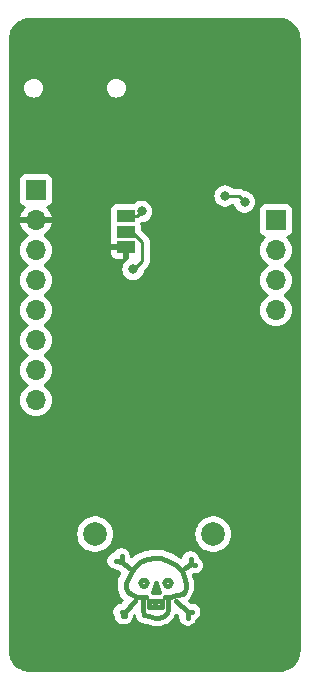
<source format=gbl>
%TF.GenerationSoftware,KiCad,Pcbnew,7.0.5*%
%TF.CreationDate,2025-04-07T23:35:03+08:00*%
%TF.ProjectId,audio-test-board,61756469-6f2d-4746-9573-742d626f6172,rev?*%
%TF.SameCoordinates,Original*%
%TF.FileFunction,Copper,L2,Bot*%
%TF.FilePolarity,Positive*%
%FSLAX46Y46*%
G04 Gerber Fmt 4.6, Leading zero omitted, Abs format (unit mm)*
G04 Created by KiCad (PCBNEW 7.0.5) date 2025-04-07 23:35:03*
%MOMM*%
%LPD*%
G01*
G04 APERTURE LIST*
%TA.AperFunction,EtchedComponent*%
%ADD10C,0.381000*%
%TD*%
%TA.AperFunction,ComponentPad*%
%ADD11C,2.000000*%
%TD*%
%TA.AperFunction,SMDPad,CuDef*%
%ADD12R,1.500000X1.000000*%
%TD*%
%TA.AperFunction,ComponentPad*%
%ADD13R,1.700000X1.700000*%
%TD*%
%TA.AperFunction,ComponentPad*%
%ADD14O,1.700000X1.700000*%
%TD*%
%TA.AperFunction,ViaPad*%
%ADD15C,0.800000*%
%TD*%
%TA.AperFunction,Conductor*%
%ADD16C,0.250000*%
%TD*%
G04 APERTURE END LIST*
D10*
%TO.C,REF\u002A\u002A*%
X172485800Y-145897600D02*
X172231800Y-146151600D01*
X170326800Y-144500600D02*
X170707800Y-144500600D01*
X168675800Y-141579600D02*
X168167800Y-141452600D01*
X172612800Y-145643600D02*
X172612800Y-145262600D01*
X169310800Y-142087600D02*
X168675800Y-141579600D01*
X173882800Y-144246600D02*
X173374800Y-144373600D01*
X172231800Y-146151600D02*
X171850800Y-146278600D01*
X170453800Y-145262600D02*
X170453800Y-145643600D01*
X170199800Y-141579600D02*
X169691800Y-142087600D01*
X169437800Y-144246600D02*
X169945800Y-144500600D01*
X174009800Y-142976600D02*
X173755800Y-142341600D01*
X169818800Y-144881600D02*
X168929800Y-145770600D01*
X171469800Y-146278600D02*
X171850800Y-146278600D01*
X168929800Y-145770600D02*
X168675800Y-145770600D01*
X168675800Y-141579600D02*
X168675800Y-141071600D01*
X173374800Y-144373600D02*
X172739800Y-144500600D01*
X171342800Y-144119600D02*
X171850800Y-144119600D01*
X172612800Y-145262600D02*
X172612800Y-144500600D01*
X170961800Y-145389600D02*
X172104800Y-145389600D01*
X168929800Y-145770600D02*
X168929800Y-146151600D01*
X174009800Y-143992600D02*
X173882800Y-144246600D01*
X169056800Y-143357600D02*
X169056800Y-143738600D01*
X169183800Y-142976600D02*
X169056800Y-143357600D01*
X170453800Y-145643600D02*
X170580800Y-146024600D01*
X173247800Y-141833600D02*
X172612800Y-141452600D01*
X170453800Y-144500600D02*
X170453800Y-145262600D01*
X174136800Y-143738600D02*
X174009800Y-143992600D01*
X171596800Y-143357600D02*
X171342800Y-144119600D01*
X170580800Y-146024600D02*
X170961800Y-146151600D01*
X171469800Y-145008600D02*
X171469800Y-145262600D01*
X174263800Y-145770600D02*
X174263800Y-146278600D01*
X172612800Y-141452600D02*
X171977800Y-141198600D01*
X170961800Y-146151600D02*
X171469800Y-146278600D01*
X169691800Y-142087600D02*
X169437800Y-142468600D01*
X174263800Y-145770600D02*
X174644800Y-145770600D01*
X172104800Y-145389600D02*
X172104800Y-144881600D01*
X174136800Y-143484600D02*
X174009800Y-142976600D01*
X168929800Y-146151600D02*
X168802800Y-146151600D01*
X173755800Y-142341600D02*
X173247800Y-141833600D01*
X170961800Y-144881600D02*
X170961800Y-145389600D01*
X171850800Y-144119600D02*
X171596800Y-143357600D01*
X169183800Y-144119600D02*
X169437800Y-144246600D01*
X174136800Y-143738600D02*
X174136800Y-143484600D01*
X172612800Y-145643600D02*
X172485800Y-145897600D01*
X173247800Y-144881600D02*
X174263800Y-145770600D01*
X174517800Y-141706600D02*
X174517800Y-141325600D01*
X171977800Y-141198600D02*
X171469800Y-141198600D01*
X169056800Y-143738600D02*
X169183800Y-144119600D01*
X174517800Y-141706600D02*
X174898800Y-141833600D01*
X171469800Y-141198600D02*
X170834800Y-141325600D01*
X169945800Y-144500600D02*
X170326800Y-144500600D01*
X174009800Y-142087600D02*
X174517800Y-141706600D01*
X170834800Y-141325600D02*
X170199800Y-141579600D01*
X172104800Y-144881600D02*
X170961800Y-144881600D01*
X169437800Y-142468600D02*
X169183800Y-142976600D01*
X172739800Y-144500600D02*
X172358800Y-144500600D01*
X172896781Y-143357600D02*
G75*
G03*
X172896781Y-143357600I-283981J0D01*
G01*
X170864781Y-143357600D02*
G75*
G03*
X170864781Y-143357600I-283981J0D01*
G01*
%TD*%
D11*
%TO.P,LS1,1,1*%
%TO.N,/SPK_OUT+*%
X176436800Y-139197600D03*
%TO.P,LS1,2,2*%
%TO.N,/SPK_OUT-*%
X166436800Y-139197600D03*
%TD*%
D12*
%TO.P,JP1,1,A*%
%TO.N,GND*%
X169036800Y-114883600D03*
%TO.P,JP1,2,C*%
%TO.N,Net-(JP1-C)*%
X169036800Y-113583600D03*
%TO.P,JP1,3,B*%
%TO.N,+3V3*%
X169036800Y-112283600D03*
%TD*%
D13*
%TO.P,J3,1,Pin_1*%
%TO.N,/MUTE_N*%
X181756800Y-112623600D03*
D14*
%TO.P,J3,2,Pin_2*%
%TO.N,/PHONE_GAIN*%
X181756800Y-115163600D03*
%TO.P,J3,3,Pin_3*%
%TO.N,/PHONE_TIP*%
X181756800Y-117703600D03*
%TO.P,J3,4,Pin_4*%
%TO.N,/SHUTDOWN_N*%
X181756800Y-120243600D03*
%TD*%
D13*
%TO.P,J1,1,Pin_1*%
%TO.N,+3V3*%
X161436800Y-110083600D03*
D14*
%TO.P,J1,2,Pin_2*%
%TO.N,GND*%
X161436800Y-112623600D03*
%TO.P,J1,3,Pin_3*%
%TO.N,/SCK*%
X161436800Y-115163600D03*
%TO.P,J1,4,Pin_4*%
%TO.N,/BCK*%
X161436800Y-117703600D03*
%TO.P,J1,5,Pin_5*%
%TO.N,/DIN*%
X161436800Y-120243600D03*
%TO.P,J1,6,Pin_6*%
%TO.N,/LRCK*%
X161436800Y-122783600D03*
%TO.P,J1,7,Pin_7*%
%TO.N,/XSMT*%
X161436800Y-125323600D03*
%TO.P,J1,8,Pin_8*%
%TO.N,+5V*%
X161436800Y-127863600D03*
%TD*%
D15*
%TO.N,+3V3*%
X170385259Y-111883600D03*
%TO.N,GND*%
X175836800Y-112883600D03*
X163186800Y-105883600D03*
X176436800Y-128083600D03*
X182207300Y-101883600D03*
X171110259Y-118083600D03*
X173036800Y-101483600D03*
X173036800Y-99283600D03*
X178108927Y-120570609D03*
X180236800Y-103483600D03*
X173573745Y-112346655D03*
X168936800Y-118083600D03*
X167436800Y-126283600D03*
X169661800Y-121408600D03*
%TO.N,Net-(JP1-C)*%
X169660759Y-116783600D03*
%TO.N,/PHONE_GAIN*%
X179089880Y-111083600D03*
X177436800Y-110583600D03*
%TD*%
D16*
%TO.N,+3V3*%
X169985259Y-112283600D02*
X170385259Y-111883600D01*
X169036800Y-112283600D02*
X169985259Y-112283600D01*
%TO.N,Net-(JP1-C)*%
X169736800Y-116783600D02*
X170436800Y-116083600D01*
X170436800Y-114483600D02*
X169536800Y-113583600D01*
X169536800Y-113583600D02*
X169036800Y-113583600D01*
X169660759Y-116783600D02*
X169736800Y-116783600D01*
X170436800Y-116083600D02*
X170436800Y-114483600D01*
%TO.N,/PHONE_GAIN*%
X177436800Y-110583600D02*
X178589880Y-110583600D01*
X178589880Y-110583600D02*
X179089880Y-111083600D01*
%TD*%
%TA.AperFunction,Conductor*%
%TO.N,GND*%
G36*
X182038818Y-95484233D02*
G01*
X182203343Y-95495015D01*
X182267632Y-95499229D01*
X182275665Y-95500287D01*
X182486238Y-95542172D01*
X182498553Y-95544622D01*
X182506396Y-95546723D01*
X182721600Y-95619775D01*
X182729074Y-95622871D01*
X182932907Y-95723390D01*
X182939932Y-95727447D01*
X183128888Y-95853704D01*
X183135316Y-95858636D01*
X183306180Y-96008478D01*
X183311919Y-96014217D01*
X183461761Y-96185080D01*
X183466699Y-96191516D01*
X183592952Y-96380467D01*
X183597012Y-96387498D01*
X183697522Y-96591312D01*
X183700629Y-96598813D01*
X183773676Y-96814004D01*
X183775777Y-96821846D01*
X183820110Y-97044721D01*
X183821170Y-97052770D01*
X183836167Y-97281581D01*
X183836300Y-97285637D01*
X183836300Y-149081562D01*
X183836167Y-149085618D01*
X183821170Y-149314429D01*
X183820110Y-149322478D01*
X183775777Y-149545353D01*
X183773676Y-149553195D01*
X183700629Y-149768386D01*
X183697522Y-149775887D01*
X183597012Y-149979701D01*
X183592952Y-149986732D01*
X183466699Y-150175683D01*
X183461757Y-150182124D01*
X183311921Y-150352980D01*
X183306180Y-150358721D01*
X183135324Y-150508557D01*
X183128883Y-150513499D01*
X182939932Y-150639752D01*
X182932901Y-150643812D01*
X182729087Y-150744322D01*
X182721586Y-150747429D01*
X182506395Y-150820476D01*
X182498553Y-150822577D01*
X182275678Y-150866910D01*
X182267629Y-150867970D01*
X182038818Y-150882967D01*
X182034762Y-150883100D01*
X160938838Y-150883100D01*
X160934782Y-150882967D01*
X160705970Y-150867970D01*
X160697921Y-150866910D01*
X160475046Y-150822577D01*
X160467204Y-150820476D01*
X160328129Y-150773266D01*
X160252007Y-150747426D01*
X160244518Y-150744324D01*
X160040697Y-150643811D01*
X160033667Y-150639752D01*
X159844716Y-150513499D01*
X159838280Y-150508561D01*
X159667417Y-150358719D01*
X159661678Y-150352980D01*
X159511836Y-150182116D01*
X159506904Y-150175688D01*
X159380647Y-149986732D01*
X159376590Y-149979707D01*
X159276071Y-149775874D01*
X159272975Y-149768400D01*
X159199923Y-149553195D01*
X159197822Y-149545353D01*
X159185017Y-149480976D01*
X159153487Y-149322465D01*
X159152429Y-149314428D01*
X159137433Y-149085618D01*
X159137300Y-149081562D01*
X159137300Y-141534202D01*
X167476525Y-141534202D01*
X167476526Y-141534210D01*
X167516144Y-141697272D01*
X167593630Y-141846109D01*
X167593634Y-141846115D01*
X167704490Y-141972086D01*
X167842273Y-142067866D01*
X167842274Y-142067866D01*
X167842275Y-142067867D01*
X167959660Y-142112831D01*
X168335642Y-142206826D01*
X168383030Y-142230296D01*
X168437133Y-142273578D01*
X168591439Y-142397022D01*
X168631490Y-142454271D01*
X168634233Y-142524087D01*
X168624884Y-142549305D01*
X168606107Y-142586858D01*
X168598793Y-142598177D01*
X168599315Y-142598507D01*
X168595309Y-142604849D01*
X168562781Y-142673480D01*
X168562211Y-142674651D01*
X168547063Y-142704947D01*
X168547053Y-142704971D01*
X168545636Y-142708941D01*
X168543282Y-142714623D01*
X168541481Y-142718425D01*
X168541475Y-142718440D01*
X168530780Y-142750526D01*
X168530354Y-142751760D01*
X168504804Y-142823346D01*
X168503156Y-142830652D01*
X168502552Y-142830515D01*
X168499720Y-142843703D01*
X168406106Y-143124543D01*
X168405259Y-143126922D01*
X168380952Y-143191015D01*
X168374473Y-143244361D01*
X168373678Y-143249261D01*
X168362956Y-143301909D01*
X168362955Y-143301914D01*
X168364785Y-143346797D01*
X168365749Y-143370438D01*
X168365800Y-143372937D01*
X168365800Y-143723261D01*
X168365749Y-143725761D01*
X168364855Y-143747688D01*
X168362955Y-143794285D01*
X168362956Y-143794292D01*
X168373678Y-143846941D01*
X168374473Y-143851841D01*
X168380951Y-143905182D01*
X168405262Y-143969283D01*
X168406109Y-143971663D01*
X168521065Y-144316531D01*
X168522137Y-144320103D01*
X168537940Y-144379188D01*
X168567423Y-144432774D01*
X168569128Y-144436109D01*
X168595312Y-144491355D01*
X168601530Y-144498978D01*
X168614082Y-144517579D01*
X168618829Y-144526206D01*
X168618831Y-144526209D01*
X168660277Y-144571178D01*
X168662719Y-144573993D01*
X168701379Y-144621387D01*
X168709243Y-144627302D01*
X168725884Y-144642360D01*
X168732556Y-144649599D01*
X168732558Y-144649601D01*
X168752988Y-144663116D01*
X168783556Y-144683340D01*
X168786585Y-144685477D01*
X168803021Y-144697840D01*
X168815802Y-144707454D01*
X168857545Y-144763483D01*
X168862369Y-144833186D01*
X168828946Y-144894231D01*
X168675159Y-145048019D01*
X168613835Y-145081504D01*
X168602424Y-145083434D01*
X168509220Y-145094751D01*
X168509214Y-145094752D01*
X168352317Y-145154256D01*
X168352316Y-145154257D01*
X168214217Y-145249579D01*
X168102941Y-145375185D01*
X168024958Y-145523769D01*
X167984800Y-145686697D01*
X167984800Y-145854503D01*
X168024959Y-146017432D01*
X168097597Y-146155833D01*
X168111800Y-146213456D01*
X168111800Y-146235503D01*
X168123449Y-146282764D01*
X168151958Y-146398430D01*
X168151958Y-146398431D01*
X168151959Y-146398432D01*
X168229942Y-146547016D01*
X168341217Y-146672620D01*
X168479318Y-146767944D01*
X168553502Y-146796078D01*
X168636214Y-146827447D01*
X168636216Y-146827447D01*
X168636218Y-146827448D01*
X168698610Y-146835024D01*
X168761002Y-146842600D01*
X168761004Y-146842600D01*
X169013701Y-146842600D01*
X169013703Y-146842600D01*
X169050946Y-146833419D01*
X169058299Y-146832071D01*
X169096382Y-146827448D01*
X169132247Y-146813845D01*
X169139369Y-146811624D01*
X169176632Y-146802441D01*
X169210602Y-146784611D01*
X169217405Y-146781549D01*
X169253282Y-146767944D01*
X169284857Y-146746148D01*
X169291251Y-146742283D01*
X169325216Y-146724458D01*
X169353928Y-146699020D01*
X169359815Y-146694408D01*
X169391383Y-146672620D01*
X169416826Y-146643898D01*
X169422098Y-146638626D01*
X169450820Y-146613183D01*
X169472608Y-146581615D01*
X169477220Y-146575728D01*
X169502658Y-146547016D01*
X169520483Y-146513051D01*
X169524348Y-146506657D01*
X169546144Y-146475082D01*
X169559749Y-146439205D01*
X169562811Y-146432402D01*
X169580641Y-146398432D01*
X169589824Y-146361169D01*
X169592045Y-146354047D01*
X169605648Y-146318182D01*
X169610271Y-146280099D01*
X169611620Y-146272742D01*
X169612911Y-146267504D01*
X169620800Y-146235503D01*
X169620800Y-146108183D01*
X169640485Y-146041144D01*
X169657107Y-146020514D01*
X169660690Y-146016930D01*
X169722006Y-145983438D01*
X169791698Y-145988413D01*
X169847638Y-146030277D01*
X169866018Y-146065389D01*
X169904576Y-146181063D01*
X169909324Y-146200325D01*
X169912298Y-146218571D01*
X169933173Y-146267504D01*
X169934965Y-146272228D01*
X169938476Y-146282762D01*
X169950027Y-146307135D01*
X169951028Y-146309359D01*
X169978142Y-146372917D01*
X169978143Y-146372918D01*
X169978854Y-146373863D01*
X169991807Y-146395290D01*
X169992310Y-146396353D01*
X169992313Y-146396356D01*
X170035976Y-146449885D01*
X170037471Y-146451793D01*
X170079013Y-146507021D01*
X170079930Y-146507769D01*
X170097630Y-146525470D01*
X170098374Y-146526382D01*
X170098376Y-146526383D01*
X170098379Y-146526387D01*
X170148275Y-146563917D01*
X170153592Y-146567917D01*
X170155512Y-146569422D01*
X170195552Y-146602082D01*
X170209045Y-146613088D01*
X170210104Y-146613590D01*
X170231537Y-146626547D01*
X170232475Y-146627253D01*
X170232480Y-146627255D01*
X170232482Y-146627257D01*
X170296075Y-146654385D01*
X170298197Y-146655340D01*
X170317261Y-146664376D01*
X170322630Y-146666921D01*
X170322632Y-146666921D01*
X170322635Y-146666923D01*
X170328440Y-146668858D01*
X170333174Y-146670436D01*
X170337896Y-146672227D01*
X170382722Y-146691350D01*
X170386829Y-146693102D01*
X170405072Y-146696075D01*
X170424328Y-146700820D01*
X170727584Y-146801905D01*
X170730133Y-146802818D01*
X170753660Y-146811831D01*
X170766170Y-146814957D01*
X170770707Y-146816279D01*
X170782938Y-146820357D01*
X170793539Y-146822516D01*
X170807639Y-146825388D01*
X170810303Y-146825992D01*
X171259232Y-146938224D01*
X171266186Y-146940404D01*
X171285123Y-146947585D01*
X171303218Y-146954448D01*
X171356553Y-146960924D01*
X171385391Y-146964426D01*
X171414284Y-146968031D01*
X171467491Y-146974671D01*
X171500999Y-146970714D01*
X171506820Y-146970028D01*
X171514095Y-146969600D01*
X171835462Y-146969600D01*
X171837962Y-146969650D01*
X171893607Y-146971918D01*
X171906485Y-146972444D01*
X171906485Y-146972443D01*
X171906488Y-146972444D01*
X171959162Y-146961715D01*
X171964014Y-146960927D01*
X172017382Y-146954448D01*
X172081532Y-146930117D01*
X172083819Y-146929303D01*
X172400050Y-146823893D01*
X172408470Y-146821730D01*
X172438885Y-146816157D01*
X172480640Y-146797363D01*
X172486462Y-146795089D01*
X172489964Y-146793923D01*
X172521586Y-146778935D01*
X172591905Y-146747288D01*
X172591907Y-146747286D01*
X172597739Y-146743760D01*
X172603544Y-146740093D01*
X172603555Y-146740088D01*
X172663293Y-146691359D01*
X172690857Y-146669765D01*
X172693465Y-146667155D01*
X172698101Y-146662965D01*
X172733587Y-146634021D01*
X172752172Y-146609311D01*
X172757874Y-146602746D01*
X172963612Y-146397008D01*
X172965353Y-146395336D01*
X173015799Y-146348844D01*
X173045456Y-146304016D01*
X173048343Y-146300012D01*
X173081485Y-146257710D01*
X173081487Y-146257707D01*
X173081486Y-146257707D01*
X173081488Y-146257706D01*
X173109651Y-146195128D01*
X173110697Y-146192927D01*
X173207155Y-146000009D01*
X173211579Y-145992527D01*
X173229144Y-145967082D01*
X173229146Y-145967075D01*
X173283430Y-145923087D01*
X173352879Y-145915429D01*
X173412849Y-145944198D01*
X173530454Y-146047102D01*
X173567944Y-146106062D01*
X173572800Y-146140422D01*
X173572800Y-146320398D01*
X173587951Y-146445179D01*
X173587952Y-146445185D01*
X173639697Y-146581624D01*
X173647456Y-146602082D01*
X173683542Y-146654362D01*
X173713439Y-146697676D01*
X173742780Y-146740183D01*
X173868384Y-146851458D01*
X174016968Y-146929441D01*
X174179897Y-146969600D01*
X174179898Y-146969600D01*
X174347702Y-146969600D01*
X174347703Y-146969600D01*
X174510632Y-146929441D01*
X174659216Y-146851458D01*
X174784820Y-146740183D01*
X174880144Y-146602082D01*
X174939648Y-146445182D01*
X174939649Y-146445172D01*
X174939818Y-146444490D01*
X174940083Y-146444034D01*
X174942308Y-146438168D01*
X174943283Y-146438537D01*
X174974970Y-146384107D01*
X174989774Y-146372108D01*
X175106383Y-146291620D01*
X175217658Y-146166016D01*
X175295641Y-146017432D01*
X175335800Y-145854503D01*
X175335800Y-145686697D01*
X175295641Y-145523768D01*
X175217658Y-145375184D01*
X175106383Y-145249580D01*
X174968282Y-145154256D01*
X174968281Y-145154256D01*
X174811385Y-145094752D01*
X174811379Y-145094751D01*
X174686598Y-145079600D01*
X174686596Y-145079600D01*
X174570024Y-145079600D01*
X174502985Y-145059915D01*
X174488377Y-145048926D01*
X174360959Y-144937435D01*
X174323471Y-144878478D01*
X174323809Y-144808609D01*
X174349524Y-144762204D01*
X174375538Y-144732641D01*
X174380038Y-144728036D01*
X174412799Y-144697844D01*
X174430547Y-144671014D01*
X174435711Y-144664264D01*
X174456967Y-144640113D01*
X174477545Y-144600583D01*
X174480818Y-144595030D01*
X174482157Y-144593008D01*
X174498326Y-144560668D01*
X174534456Y-144491271D01*
X174534458Y-144491258D01*
X174537623Y-144482831D01*
X174540209Y-144476904D01*
X174646541Y-144264241D01*
X174646541Y-144264239D01*
X174652996Y-144251330D01*
X174652999Y-144251322D01*
X174731157Y-144095006D01*
X174735575Y-144087533D01*
X174753144Y-144062082D01*
X174769384Y-144019255D01*
X174771893Y-144013534D01*
X174773541Y-144010241D01*
X174785307Y-143977272D01*
X174812648Y-143905182D01*
X174812648Y-143905174D01*
X174814291Y-143898514D01*
X174815792Y-143891858D01*
X174815795Y-143891853D01*
X174823584Y-143815113D01*
X174827800Y-143780396D01*
X174827800Y-143776722D01*
X174828117Y-143770456D01*
X174832741Y-143724906D01*
X174828410Y-143694284D01*
X174827799Y-143685617D01*
X174827799Y-143528889D01*
X174828226Y-143521625D01*
X174832871Y-143482291D01*
X174822634Y-143400260D01*
X174812648Y-143318018D01*
X174798599Y-143280975D01*
X174796424Y-143274034D01*
X174789621Y-143246824D01*
X174701485Y-142894278D01*
X174700229Y-142887812D01*
X174699176Y-142880271D01*
X174699176Y-142880264D01*
X174686004Y-142830687D01*
X174678933Y-142804071D01*
X174670031Y-142768460D01*
X174670028Y-142768451D01*
X174669388Y-142766779D01*
X174667361Y-142760512D01*
X174666901Y-142758780D01*
X174666898Y-142758771D01*
X174653256Y-142724667D01*
X174639579Y-142688962D01*
X174636052Y-142679755D01*
X174630455Y-142610111D01*
X174663399Y-142548495D01*
X174724425Y-142514472D01*
X174776590Y-142513895D01*
X174843111Y-142527443D01*
X175010777Y-142520609D01*
X175171935Y-142473848D01*
X175317219Y-142389878D01*
X175438187Y-142273579D01*
X175527807Y-142131711D01*
X175580872Y-141972516D01*
X175594297Y-141805249D01*
X175567302Y-141639629D01*
X175522330Y-141534210D01*
X175501458Y-141485283D01*
X175501457Y-141485281D01*
X175408049Y-141361100D01*
X175400587Y-141351179D01*
X175400584Y-141351177D01*
X175400583Y-141351175D01*
X175317586Y-141283475D01*
X175270555Y-141245112D01*
X175260704Y-141240443D01*
X175208555Y-141193945D01*
X175196711Y-141165878D01*
X175196308Y-141166031D01*
X175154308Y-141055286D01*
X175134144Y-141002118D01*
X175038820Y-140864017D01*
X174913216Y-140752742D01*
X174764632Y-140674759D01*
X174764631Y-140674758D01*
X174764630Y-140674758D01*
X174654996Y-140647735D01*
X174601703Y-140634600D01*
X174433897Y-140634600D01*
X174393739Y-140644498D01*
X174270969Y-140674758D01*
X174122385Y-140752741D01*
X173996779Y-140864017D01*
X173901457Y-141002116D01*
X173901456Y-141002117D01*
X173841952Y-141159014D01*
X173841950Y-141159026D01*
X173839373Y-141180244D01*
X173811749Y-141244421D01*
X173753814Y-141283475D01*
X173683961Y-141285008D01*
X173639804Y-141262903D01*
X173607908Y-141237914D01*
X173607909Y-141237914D01*
X173571790Y-141221657D01*
X173565333Y-141218282D01*
X173039344Y-140902688D01*
X173019258Y-140887681D01*
X173018471Y-140886958D01*
X173018469Y-140886957D01*
X172957788Y-140853700D01*
X172955688Y-140852495D01*
X172932479Y-140838570D01*
X172922419Y-140834081D01*
X172917889Y-140831833D01*
X172908243Y-140826547D01*
X172908235Y-140826543D01*
X172883075Y-140816479D01*
X172880854Y-140815540D01*
X172861164Y-140806757D01*
X172817677Y-140787358D01*
X172816627Y-140787170D01*
X172792524Y-140780259D01*
X172316322Y-140589779D01*
X172310532Y-140587110D01*
X172301284Y-140582256D01*
X172228650Y-140554710D01*
X172195624Y-140541500D01*
X172192667Y-140540714D01*
X172186610Y-140538766D01*
X172144383Y-140522752D01*
X172113074Y-140518950D01*
X172104620Y-140517322D01*
X172074139Y-140509224D01*
X172074136Y-140509223D01*
X172028993Y-140508410D01*
X172022652Y-140507969D01*
X172019612Y-140507600D01*
X172019596Y-140507600D01*
X171984011Y-140507600D01*
X171906360Y-140506201D01*
X171906359Y-140506201D01*
X171906358Y-140506201D01*
X171895982Y-140507272D01*
X171889613Y-140507600D01*
X171537229Y-140507600D01*
X171516850Y-140505914D01*
X171513365Y-140505333D01*
X171500604Y-140503207D01*
X171500603Y-140503207D01*
X171500602Y-140503207D01*
X171494084Y-140503707D01*
X171445703Y-140507418D01*
X171440959Y-140507600D01*
X171428004Y-140507600D01*
X171421801Y-140508353D01*
X171403049Y-140510629D01*
X171400324Y-140510898D01*
X171375270Y-140512821D01*
X171375264Y-140512821D01*
X171362561Y-140515362D01*
X171357878Y-140516114D01*
X171303218Y-140522752D01*
X171303207Y-140522754D01*
X171287807Y-140528594D01*
X171268164Y-140534241D01*
X170771153Y-140633644D01*
X170749073Y-140636032D01*
X170738468Y-140636223D01*
X170738460Y-140636224D01*
X170680049Y-140651742D01*
X170676293Y-140652616D01*
X170658298Y-140656216D01*
X170639543Y-140662393D01*
X170636070Y-140663425D01*
X170616980Y-140668498D01*
X170599941Y-140675313D01*
X170596319Y-140676632D01*
X170538911Y-140695545D01*
X170538908Y-140695546D01*
X170534833Y-140698100D01*
X170529912Y-140701184D01*
X170510120Y-140711241D01*
X170018806Y-140907767D01*
X169995115Y-140914603D01*
X169993523Y-140914894D01*
X169992714Y-140915043D01*
X169930782Y-140942915D01*
X169928367Y-140943941D01*
X169904363Y-140953543D01*
X169904357Y-140953546D01*
X169893608Y-140959437D01*
X169889263Y-140961601D01*
X169839692Y-140983912D01*
X169826119Y-140994546D01*
X169809253Y-141005668D01*
X169794129Y-141013957D01*
X169794124Y-141013961D01*
X169754093Y-141050732D01*
X169750393Y-141053872D01*
X169740741Y-141061436D01*
X169722463Y-141079713D01*
X169720567Y-141081529D01*
X169670550Y-141127476D01*
X169670547Y-141127479D01*
X169669194Y-141129517D01*
X169653582Y-141148593D01*
X169578479Y-141223697D01*
X169517159Y-141257181D01*
X169447467Y-141252197D01*
X169391533Y-141210326D01*
X169367116Y-141144862D01*
X169366800Y-141136015D01*
X169366800Y-141029801D01*
X169356374Y-140943941D01*
X169351648Y-140905018D01*
X169351647Y-140905016D01*
X169351647Y-140905014D01*
X169321887Y-140826545D01*
X169292144Y-140748118D01*
X169196820Y-140610017D01*
X169071216Y-140498742D01*
X168922632Y-140420759D01*
X168922631Y-140420758D01*
X168922630Y-140420758D01*
X168812996Y-140393735D01*
X168759703Y-140380600D01*
X168591897Y-140380600D01*
X168551738Y-140390498D01*
X168428969Y-140420758D01*
X168280385Y-140498741D01*
X168233931Y-140539896D01*
X168154780Y-140610017D01*
X168136691Y-140636224D01*
X168074294Y-140726621D01*
X168020011Y-140770611D01*
X168006925Y-140774902D01*
X167846372Y-140835182D01*
X167846363Y-140835187D01*
X167707950Y-140930050D01*
X167596256Y-141055287D01*
X167582372Y-141081529D01*
X167517781Y-141203610D01*
X167477082Y-141366406D01*
X167476525Y-141534202D01*
X159137300Y-141534202D01*
X159137300Y-139197605D01*
X164931157Y-139197605D01*
X164951690Y-139445412D01*
X164951692Y-139445424D01*
X165012736Y-139686481D01*
X165112626Y-139914206D01*
X165248633Y-140122382D01*
X165248636Y-140122385D01*
X165417056Y-140305338D01*
X165613291Y-140458074D01*
X165701692Y-140505914D01*
X165743600Y-140528594D01*
X165831990Y-140576428D01*
X166067186Y-140657171D01*
X166312465Y-140698100D01*
X166561135Y-140698100D01*
X166806414Y-140657171D01*
X167041610Y-140576428D01*
X167260309Y-140458074D01*
X167456544Y-140305338D01*
X167624964Y-140122385D01*
X167760973Y-139914207D01*
X167860863Y-139686481D01*
X167921908Y-139445421D01*
X167942443Y-139197605D01*
X174931157Y-139197605D01*
X174951690Y-139445412D01*
X174951692Y-139445424D01*
X175012736Y-139686481D01*
X175112626Y-139914206D01*
X175248633Y-140122382D01*
X175248636Y-140122385D01*
X175417056Y-140305338D01*
X175613291Y-140458074D01*
X175701692Y-140505914D01*
X175743600Y-140528594D01*
X175831990Y-140576428D01*
X176067186Y-140657171D01*
X176312465Y-140698100D01*
X176561135Y-140698100D01*
X176806414Y-140657171D01*
X177041610Y-140576428D01*
X177260309Y-140458074D01*
X177456544Y-140305338D01*
X177624964Y-140122385D01*
X177760973Y-139914207D01*
X177860863Y-139686481D01*
X177921908Y-139445421D01*
X177942443Y-139197600D01*
X177921908Y-138949779D01*
X177860863Y-138708719D01*
X177760973Y-138480993D01*
X177760973Y-138480992D01*
X177624966Y-138272817D01*
X177603357Y-138249344D01*
X177456544Y-138089862D01*
X177260309Y-137937126D01*
X177260307Y-137937125D01*
X177260306Y-137937124D01*
X177041611Y-137818772D01*
X177041602Y-137818769D01*
X176806416Y-137738029D01*
X176561135Y-137697100D01*
X176312465Y-137697100D01*
X176067183Y-137738029D01*
X175831997Y-137818769D01*
X175831988Y-137818772D01*
X175613293Y-137937124D01*
X175417057Y-138089861D01*
X175248633Y-138272817D01*
X175112626Y-138480993D01*
X175012736Y-138708718D01*
X174951692Y-138949775D01*
X174951690Y-138949787D01*
X174931157Y-139197594D01*
X174931157Y-139197605D01*
X167942443Y-139197605D01*
X167942443Y-139197600D01*
X167921908Y-138949779D01*
X167860863Y-138708719D01*
X167760973Y-138480993D01*
X167760972Y-138480992D01*
X167624966Y-138272817D01*
X167603357Y-138249344D01*
X167456544Y-138089862D01*
X167260309Y-137937126D01*
X167260307Y-137937125D01*
X167260306Y-137937124D01*
X167041611Y-137818772D01*
X167041602Y-137818769D01*
X166806416Y-137738029D01*
X166561135Y-137697100D01*
X166312465Y-137697100D01*
X166067183Y-137738029D01*
X165831997Y-137818769D01*
X165831988Y-137818772D01*
X165613293Y-137937124D01*
X165417057Y-138089861D01*
X165248633Y-138272817D01*
X165112626Y-138480993D01*
X165012736Y-138708718D01*
X164951692Y-138949775D01*
X164951690Y-138949787D01*
X164931157Y-139197594D01*
X164931157Y-139197605D01*
X159137300Y-139197605D01*
X159137300Y-127863600D01*
X160081141Y-127863600D01*
X160101736Y-128099003D01*
X160101738Y-128099013D01*
X160162894Y-128327255D01*
X160162896Y-128327259D01*
X160162897Y-128327263D01*
X160262765Y-128541429D01*
X160262765Y-128541430D01*
X160262767Y-128541434D01*
X160371081Y-128696121D01*
X160398305Y-128735001D01*
X160565399Y-128902095D01*
X160662184Y-128969865D01*
X160758965Y-129037632D01*
X160758967Y-129037633D01*
X160758970Y-129037635D01*
X160973137Y-129137503D01*
X161201392Y-129198663D01*
X161389718Y-129215139D01*
X161436799Y-129219259D01*
X161436800Y-129219259D01*
X161436801Y-129219259D01*
X161476034Y-129215826D01*
X161672208Y-129198663D01*
X161900463Y-129137503D01*
X162114630Y-129037635D01*
X162308201Y-128902095D01*
X162475295Y-128735001D01*
X162610835Y-128541430D01*
X162710703Y-128327263D01*
X162771863Y-128099008D01*
X162792459Y-127863600D01*
X162771863Y-127628192D01*
X162710703Y-127399937D01*
X162610835Y-127185771D01*
X162475295Y-126992199D01*
X162475294Y-126992197D01*
X162308202Y-126825106D01*
X162308196Y-126825101D01*
X162122642Y-126695175D01*
X162079017Y-126640598D01*
X162071823Y-126571100D01*
X162103346Y-126508745D01*
X162122642Y-126492025D01*
X162144826Y-126476491D01*
X162308201Y-126362095D01*
X162475295Y-126195001D01*
X162610835Y-126001430D01*
X162710703Y-125787263D01*
X162771863Y-125559008D01*
X162792459Y-125323600D01*
X162771863Y-125088192D01*
X162710703Y-124859937D01*
X162610835Y-124645771D01*
X162475295Y-124452199D01*
X162475294Y-124452197D01*
X162308202Y-124285106D01*
X162308196Y-124285101D01*
X162122642Y-124155175D01*
X162079017Y-124100598D01*
X162071823Y-124031100D01*
X162103346Y-123968745D01*
X162122642Y-123952025D01*
X162144826Y-123936491D01*
X162308201Y-123822095D01*
X162475295Y-123655001D01*
X162610835Y-123461430D01*
X162710703Y-123247263D01*
X162771863Y-123019008D01*
X162792459Y-122783600D01*
X162771863Y-122548192D01*
X162710703Y-122319937D01*
X162610835Y-122105771D01*
X162475295Y-121912199D01*
X162475294Y-121912197D01*
X162308202Y-121745106D01*
X162308196Y-121745101D01*
X162122642Y-121615175D01*
X162079017Y-121560598D01*
X162071823Y-121491100D01*
X162103346Y-121428745D01*
X162122642Y-121412025D01*
X162144826Y-121396491D01*
X162308201Y-121282095D01*
X162475295Y-121115001D01*
X162610835Y-120921430D01*
X162710703Y-120707263D01*
X162771863Y-120479008D01*
X162792459Y-120243600D01*
X180401141Y-120243600D01*
X180421736Y-120479003D01*
X180421738Y-120479013D01*
X180482894Y-120707255D01*
X180482896Y-120707259D01*
X180482897Y-120707263D01*
X180582765Y-120921429D01*
X180582765Y-120921430D01*
X180582767Y-120921434D01*
X180691081Y-121076121D01*
X180718305Y-121115001D01*
X180885399Y-121282095D01*
X180982184Y-121349865D01*
X181078965Y-121417632D01*
X181078967Y-121417633D01*
X181078970Y-121417635D01*
X181293137Y-121517503D01*
X181521392Y-121578663D01*
X181709718Y-121595139D01*
X181756799Y-121599259D01*
X181756800Y-121599259D01*
X181756801Y-121599259D01*
X181796034Y-121595826D01*
X181992208Y-121578663D01*
X182220463Y-121517503D01*
X182434630Y-121417635D01*
X182628201Y-121282095D01*
X182795295Y-121115001D01*
X182930835Y-120921430D01*
X183030703Y-120707263D01*
X183091863Y-120479008D01*
X183112459Y-120243600D01*
X183091863Y-120008192D01*
X183030703Y-119779937D01*
X182930835Y-119565771D01*
X182795295Y-119372199D01*
X182795294Y-119372197D01*
X182628202Y-119205106D01*
X182628196Y-119205101D01*
X182442642Y-119075175D01*
X182399017Y-119020598D01*
X182391823Y-118951100D01*
X182423346Y-118888745D01*
X182442642Y-118872025D01*
X182464826Y-118856491D01*
X182628201Y-118742095D01*
X182795295Y-118575001D01*
X182930835Y-118381430D01*
X183030703Y-118167263D01*
X183091863Y-117939008D01*
X183112459Y-117703600D01*
X183091863Y-117468192D01*
X183030703Y-117239937D01*
X182930835Y-117025771D01*
X182893084Y-116971856D01*
X182795294Y-116832197D01*
X182628202Y-116665106D01*
X182628196Y-116665101D01*
X182442642Y-116535175D01*
X182399017Y-116480598D01*
X182391823Y-116411100D01*
X182423346Y-116348745D01*
X182442642Y-116332025D01*
X182519980Y-116277872D01*
X182628201Y-116202095D01*
X182795295Y-116035001D01*
X182930835Y-115841430D01*
X183030703Y-115627263D01*
X183091863Y-115399008D01*
X183112459Y-115163600D01*
X183091863Y-114928192D01*
X183045426Y-114754885D01*
X183030705Y-114699944D01*
X183030704Y-114699943D01*
X183030703Y-114699937D01*
X182930835Y-114485771D01*
X182921769Y-114472824D01*
X182795296Y-114292200D01*
X182736306Y-114233210D01*
X182673367Y-114170271D01*
X182639884Y-114108951D01*
X182644868Y-114039259D01*
X182686739Y-113983325D01*
X182717715Y-113966410D01*
X182849131Y-113917396D01*
X182964346Y-113831146D01*
X183050596Y-113715931D01*
X183100891Y-113581083D01*
X183107300Y-113521473D01*
X183107299Y-111725728D01*
X183100891Y-111666117D01*
X183082129Y-111615814D01*
X183050597Y-111531271D01*
X183050593Y-111531264D01*
X182964347Y-111416055D01*
X182964344Y-111416052D01*
X182849135Y-111329806D01*
X182849128Y-111329802D01*
X182714282Y-111279508D01*
X182714283Y-111279508D01*
X182654683Y-111273101D01*
X182654681Y-111273100D01*
X182654673Y-111273100D01*
X182654664Y-111273100D01*
X180858929Y-111273100D01*
X180858923Y-111273101D01*
X180799316Y-111279508D01*
X180664471Y-111329802D01*
X180664464Y-111329806D01*
X180549255Y-111416052D01*
X180549252Y-111416055D01*
X180463006Y-111531264D01*
X180463002Y-111531271D01*
X180412708Y-111666117D01*
X180406301Y-111725716D01*
X180406301Y-111725723D01*
X180406300Y-111725735D01*
X180406300Y-113521470D01*
X180406301Y-113521476D01*
X180412708Y-113581083D01*
X180463002Y-113715928D01*
X180463006Y-113715935D01*
X180549252Y-113831144D01*
X180549255Y-113831147D01*
X180664464Y-113917393D01*
X180664471Y-113917397D01*
X180795881Y-113966410D01*
X180851815Y-114008281D01*
X180876232Y-114073745D01*
X180861380Y-114142018D01*
X180840230Y-114170273D01*
X180718303Y-114292200D01*
X180582765Y-114485769D01*
X180582764Y-114485771D01*
X180482898Y-114699935D01*
X180482894Y-114699944D01*
X180421738Y-114928186D01*
X180421736Y-114928196D01*
X180401141Y-115163599D01*
X180401141Y-115163600D01*
X180421736Y-115399003D01*
X180421738Y-115399013D01*
X180482894Y-115627255D01*
X180482896Y-115627259D01*
X180482897Y-115627263D01*
X180535836Y-115740790D01*
X180582765Y-115841430D01*
X180582767Y-115841434D01*
X180718301Y-116034995D01*
X180718306Y-116035002D01*
X180885397Y-116202093D01*
X180885403Y-116202098D01*
X181070958Y-116332025D01*
X181114583Y-116386602D01*
X181121777Y-116456100D01*
X181090254Y-116518455D01*
X181070958Y-116535175D01*
X180885397Y-116665105D01*
X180718305Y-116832197D01*
X180582765Y-117025769D01*
X180582764Y-117025771D01*
X180482898Y-117239935D01*
X180482894Y-117239944D01*
X180421738Y-117468186D01*
X180421736Y-117468196D01*
X180401141Y-117703599D01*
X180401141Y-117703600D01*
X180421736Y-117939003D01*
X180421738Y-117939013D01*
X180482894Y-118167255D01*
X180482896Y-118167259D01*
X180482897Y-118167263D01*
X180582765Y-118381429D01*
X180582765Y-118381430D01*
X180582767Y-118381434D01*
X180718301Y-118574995D01*
X180718306Y-118575002D01*
X180885397Y-118742093D01*
X180885403Y-118742098D01*
X181070958Y-118872025D01*
X181114583Y-118926602D01*
X181121777Y-118996100D01*
X181090254Y-119058455D01*
X181070958Y-119075175D01*
X180885397Y-119205105D01*
X180718305Y-119372197D01*
X180582765Y-119565769D01*
X180582764Y-119565771D01*
X180482898Y-119779935D01*
X180482894Y-119779944D01*
X180421738Y-120008186D01*
X180421736Y-120008196D01*
X180401141Y-120243599D01*
X180401141Y-120243600D01*
X162792459Y-120243600D01*
X162771863Y-120008192D01*
X162710703Y-119779937D01*
X162610835Y-119565771D01*
X162475295Y-119372199D01*
X162475294Y-119372197D01*
X162308202Y-119205106D01*
X162308196Y-119205101D01*
X162122642Y-119075175D01*
X162079017Y-119020598D01*
X162071823Y-118951100D01*
X162103346Y-118888745D01*
X162122642Y-118872025D01*
X162144826Y-118856491D01*
X162308201Y-118742095D01*
X162475295Y-118575001D01*
X162610835Y-118381430D01*
X162710703Y-118167263D01*
X162771863Y-117939008D01*
X162792459Y-117703600D01*
X162771863Y-117468192D01*
X162710703Y-117239937D01*
X162610835Y-117025771D01*
X162573084Y-116971856D01*
X162475294Y-116832197D01*
X162308202Y-116665106D01*
X162308196Y-116665101D01*
X162122642Y-116535175D01*
X162079017Y-116480598D01*
X162071823Y-116411100D01*
X162103346Y-116348745D01*
X162122642Y-116332025D01*
X162199980Y-116277872D01*
X162308201Y-116202095D01*
X162475295Y-116035001D01*
X162610835Y-115841430D01*
X162710703Y-115627263D01*
X162771863Y-115399008D01*
X162792459Y-115163600D01*
X162789834Y-115133600D01*
X167786800Y-115133600D01*
X167786800Y-115431444D01*
X167793201Y-115490972D01*
X167793203Y-115490979D01*
X167843445Y-115625686D01*
X167843449Y-115625693D01*
X167929609Y-115740787D01*
X167929612Y-115740790D01*
X168044706Y-115826950D01*
X168044713Y-115826954D01*
X168179420Y-115877196D01*
X168179427Y-115877198D01*
X168238955Y-115883599D01*
X168238972Y-115883600D01*
X168786800Y-115883600D01*
X168786800Y-115133600D01*
X167786800Y-115133600D01*
X162789834Y-115133600D01*
X162771863Y-114928192D01*
X162725426Y-114754885D01*
X162710705Y-114699944D01*
X162710704Y-114699943D01*
X162710703Y-114699937D01*
X162610835Y-114485771D01*
X162601770Y-114472824D01*
X162475294Y-114292197D01*
X162314566Y-114131470D01*
X167786300Y-114131470D01*
X167786301Y-114131476D01*
X167792709Y-114191087D01*
X167794492Y-114198631D01*
X167793238Y-114198927D01*
X167797656Y-114260669D01*
X167793664Y-114274264D01*
X167793201Y-114276224D01*
X167786800Y-114335755D01*
X167786800Y-114633600D01*
X169162800Y-114633600D01*
X169229839Y-114653285D01*
X169275594Y-114706089D01*
X169286800Y-114757600D01*
X169286800Y-115883851D01*
X169267115Y-115950890D01*
X169214311Y-115996645D01*
X169213242Y-115997128D01*
X169208027Y-115999450D01*
X169208024Y-115999451D01*
X169054888Y-116110711D01*
X168928225Y-116251385D01*
X168833580Y-116415315D01*
X168833577Y-116415322D01*
X168778639Y-116584406D01*
X168775085Y-116595344D01*
X168755299Y-116783600D01*
X168775085Y-116971856D01*
X168775086Y-116971859D01*
X168833577Y-117151877D01*
X168833580Y-117151884D01*
X168928226Y-117315816D01*
X169054888Y-117456488D01*
X169208024Y-117567748D01*
X169208029Y-117567751D01*
X169380951Y-117644742D01*
X169380956Y-117644744D01*
X169566113Y-117684100D01*
X169566114Y-117684100D01*
X169755403Y-117684100D01*
X169755405Y-117684100D01*
X169940562Y-117644744D01*
X170113489Y-117567751D01*
X170266630Y-117456488D01*
X170393292Y-117315816D01*
X170487938Y-117151884D01*
X170546433Y-116971856D01*
X170555149Y-116888919D01*
X170581733Y-116824306D01*
X170590780Y-116814209D01*
X170820588Y-116584401D01*
X170832842Y-116574586D01*
X170832659Y-116574364D01*
X170838668Y-116569391D01*
X170838677Y-116569386D01*
X170885407Y-116519622D01*
X170886646Y-116518343D01*
X170906920Y-116498071D01*
X170911179Y-116492578D01*
X170914952Y-116488161D01*
X170946862Y-116454182D01*
X170956513Y-116436624D01*
X170967196Y-116420361D01*
X170979473Y-116404536D01*
X170997985Y-116361753D01*
X171000538Y-116356541D01*
X171022997Y-116315692D01*
X171027980Y-116296280D01*
X171034281Y-116277880D01*
X171042237Y-116259496D01*
X171049529Y-116213452D01*
X171050706Y-116207771D01*
X171062300Y-116162619D01*
X171062300Y-116142582D01*
X171063827Y-116123182D01*
X171065802Y-116110712D01*
X171066960Y-116103404D01*
X171062575Y-116057018D01*
X171062300Y-116051180D01*
X171062300Y-114566337D01*
X171064024Y-114550723D01*
X171063738Y-114550696D01*
X171064472Y-114542933D01*
X171062331Y-114474771D01*
X171062300Y-114472824D01*
X171062300Y-114444251D01*
X171062300Y-114444250D01*
X171061429Y-114437359D01*
X171060972Y-114431545D01*
X171059509Y-114384972D01*
X171053922Y-114365744D01*
X171049974Y-114346684D01*
X171047464Y-114326808D01*
X171030307Y-114283475D01*
X171028419Y-114277959D01*
X171015419Y-114233212D01*
X171005218Y-114215963D01*
X170996660Y-114198494D01*
X170989286Y-114179868D01*
X170989283Y-114179864D01*
X170989283Y-114179863D01*
X170961898Y-114142171D01*
X170958690Y-114137287D01*
X170934972Y-114097182D01*
X170934963Y-114097171D01*
X170920805Y-114083013D01*
X170908170Y-114068220D01*
X170896393Y-114052012D01*
X170860493Y-114022313D01*
X170856181Y-114018390D01*
X170323618Y-113485827D01*
X170290133Y-113424504D01*
X170287299Y-113398146D01*
X170287299Y-113301178D01*
X170287299Y-113035728D01*
X170280891Y-112976117D01*
X170280890Y-112976115D01*
X170280890Y-112976112D01*
X170279108Y-112968569D01*
X170280573Y-112968222D01*
X170276209Y-112907251D01*
X170280626Y-112892205D01*
X170282676Y-112883532D01*
X170284949Y-112884069D01*
X170307232Y-112830286D01*
X170364628Y-112790442D01*
X170403777Y-112784100D01*
X170479903Y-112784100D01*
X170479905Y-112784100D01*
X170665062Y-112744744D01*
X170837989Y-112667751D01*
X170991130Y-112556488D01*
X171117792Y-112415816D01*
X171212438Y-112251884D01*
X171270933Y-112071856D01*
X171290719Y-111883600D01*
X171270933Y-111695344D01*
X171212438Y-111515316D01*
X171117792Y-111351384D01*
X170991130Y-111210712D01*
X170991122Y-111210706D01*
X170837993Y-111099451D01*
X170837988Y-111099448D01*
X170665066Y-111022457D01*
X170665061Y-111022455D01*
X170519260Y-110991465D01*
X170479905Y-110983100D01*
X170290613Y-110983100D01*
X170258156Y-110989998D01*
X170105456Y-111022455D01*
X170105451Y-111022457D01*
X169932529Y-111099448D01*
X169932524Y-111099451D01*
X169779394Y-111210706D01*
X169779386Y-111210713D01*
X169751148Y-111242074D01*
X169691661Y-111278721D01*
X169659000Y-111283100D01*
X168238929Y-111283100D01*
X168238923Y-111283101D01*
X168179316Y-111289508D01*
X168044471Y-111339802D01*
X168044464Y-111339806D01*
X167929255Y-111426052D01*
X167929252Y-111426055D01*
X167843006Y-111541264D01*
X167843002Y-111541271D01*
X167792708Y-111676117D01*
X167786301Y-111735716D01*
X167786300Y-111735735D01*
X167786300Y-112831470D01*
X167786301Y-112831476D01*
X167792708Y-112891079D01*
X167794492Y-112898626D01*
X167793029Y-112898971D01*
X167797385Y-112959971D01*
X167792973Y-112974996D01*
X167792708Y-112976117D01*
X167786301Y-113035716D01*
X167786301Y-113035723D01*
X167786300Y-113035735D01*
X167786300Y-114131470D01*
X162314566Y-114131470D01*
X162308202Y-114125106D01*
X162308201Y-114125105D01*
X162122205Y-113994869D01*
X162078581Y-113940292D01*
X162071388Y-113870793D01*
X162102910Y-113808439D01*
X162122205Y-113791719D01*
X162307882Y-113661705D01*
X162474905Y-113494682D01*
X162610400Y-113301178D01*
X162710229Y-113087092D01*
X162710232Y-113087086D01*
X162767436Y-112873600D01*
X161870486Y-112873600D01*
X161896293Y-112833444D01*
X161936800Y-112695489D01*
X161936800Y-112551711D01*
X161896293Y-112413756D01*
X161870486Y-112373600D01*
X162767436Y-112373600D01*
X162767435Y-112373599D01*
X162710232Y-112160113D01*
X162710229Y-112160107D01*
X162610400Y-111946022D01*
X162610399Y-111946020D01*
X162474913Y-111752526D01*
X162474908Y-111752520D01*
X162352853Y-111630465D01*
X162319368Y-111569142D01*
X162324352Y-111499450D01*
X162366224Y-111443517D01*
X162397200Y-111426602D01*
X162529131Y-111377396D01*
X162644346Y-111291146D01*
X162730596Y-111175931D01*
X162780891Y-111041083D01*
X162787300Y-110981473D01*
X162787300Y-110583600D01*
X176531340Y-110583600D01*
X176551126Y-110771856D01*
X176551127Y-110771859D01*
X176609618Y-110951877D01*
X176609621Y-110951884D01*
X176704267Y-111115816D01*
X176758395Y-111175931D01*
X176830929Y-111256488D01*
X176984065Y-111367748D01*
X176984070Y-111367751D01*
X177156992Y-111444742D01*
X177156997Y-111444744D01*
X177342154Y-111484100D01*
X177342155Y-111484100D01*
X177531444Y-111484100D01*
X177531446Y-111484100D01*
X177716603Y-111444744D01*
X177889530Y-111367751D01*
X178031240Y-111264792D01*
X178097046Y-111241313D01*
X178165100Y-111257138D01*
X178213795Y-111307244D01*
X178222056Y-111326793D01*
X178262698Y-111451877D01*
X178262701Y-111451884D01*
X178357347Y-111615816D01*
X178456319Y-111725735D01*
X178484009Y-111756488D01*
X178637145Y-111867748D01*
X178637150Y-111867751D01*
X178810072Y-111944742D01*
X178810077Y-111944744D01*
X178995234Y-111984100D01*
X178995235Y-111984100D01*
X179184524Y-111984100D01*
X179184526Y-111984100D01*
X179369683Y-111944744D01*
X179542610Y-111867751D01*
X179695751Y-111756488D01*
X179822413Y-111615816D01*
X179917059Y-111451884D01*
X179975554Y-111271856D01*
X179995340Y-111083600D01*
X179975554Y-110895344D01*
X179917059Y-110715316D01*
X179822413Y-110551384D01*
X179695751Y-110410712D01*
X179674599Y-110395344D01*
X179542614Y-110299451D01*
X179542609Y-110299448D01*
X179369687Y-110222457D01*
X179369682Y-110222455D01*
X179223881Y-110191465D01*
X179184526Y-110183100D01*
X179184525Y-110183100D01*
X179126228Y-110183100D01*
X179059189Y-110163415D01*
X179041344Y-110149492D01*
X179025946Y-110135032D01*
X179024546Y-110133675D01*
X179004356Y-110113484D01*
X178998866Y-110109225D01*
X178994441Y-110105447D01*
X178960462Y-110073538D01*
X178960460Y-110073536D01*
X178960457Y-110073535D01*
X178942909Y-110063888D01*
X178926643Y-110053204D01*
X178910813Y-110040925D01*
X178868048Y-110022418D01*
X178862802Y-110019848D01*
X178821973Y-109997403D01*
X178821972Y-109997402D01*
X178802573Y-109992422D01*
X178784161Y-109986118D01*
X178765778Y-109978162D01*
X178765772Y-109978160D01*
X178719754Y-109970872D01*
X178714032Y-109969687D01*
X178668901Y-109958100D01*
X178668899Y-109958100D01*
X178648864Y-109958100D01*
X178629466Y-109956573D01*
X178622042Y-109955397D01*
X178609685Y-109953440D01*
X178609684Y-109953440D01*
X178563296Y-109957825D01*
X178557458Y-109958100D01*
X178140548Y-109958100D01*
X178073509Y-109938415D01*
X178048400Y-109917074D01*
X178042673Y-109910714D01*
X178042669Y-109910710D01*
X177889534Y-109799451D01*
X177889529Y-109799448D01*
X177716607Y-109722457D01*
X177716602Y-109722455D01*
X177570800Y-109691465D01*
X177531446Y-109683100D01*
X177342154Y-109683100D01*
X177309697Y-109689998D01*
X177156997Y-109722455D01*
X177156992Y-109722457D01*
X176984070Y-109799448D01*
X176984065Y-109799451D01*
X176830929Y-109910711D01*
X176704266Y-110051385D01*
X176609621Y-110215315D01*
X176609618Y-110215322D01*
X176551127Y-110395340D01*
X176551126Y-110395344D01*
X176531340Y-110583600D01*
X162787300Y-110583600D01*
X162787299Y-109185728D01*
X162780891Y-109126117D01*
X162730596Y-108991269D01*
X162730595Y-108991268D01*
X162730593Y-108991264D01*
X162644347Y-108876055D01*
X162644344Y-108876052D01*
X162529135Y-108789806D01*
X162529128Y-108789802D01*
X162394282Y-108739508D01*
X162394283Y-108739508D01*
X162334683Y-108733101D01*
X162334681Y-108733100D01*
X162334673Y-108733100D01*
X162334664Y-108733100D01*
X160538929Y-108733100D01*
X160538923Y-108733101D01*
X160479316Y-108739508D01*
X160344471Y-108789802D01*
X160344464Y-108789806D01*
X160229255Y-108876052D01*
X160229252Y-108876055D01*
X160143006Y-108991264D01*
X160143002Y-108991271D01*
X160092708Y-109126117D01*
X160086301Y-109185716D01*
X160086301Y-109185723D01*
X160086300Y-109185735D01*
X160086300Y-110981470D01*
X160086301Y-110981476D01*
X160092708Y-111041083D01*
X160143002Y-111175928D01*
X160143006Y-111175935D01*
X160229252Y-111291144D01*
X160229255Y-111291147D01*
X160344464Y-111377393D01*
X160344471Y-111377397D01*
X160344474Y-111377398D01*
X160476398Y-111426602D01*
X160532331Y-111468473D01*
X160556749Y-111533937D01*
X160541898Y-111602210D01*
X160520747Y-111630465D01*
X160398686Y-111752526D01*
X160263200Y-111946020D01*
X160263199Y-111946022D01*
X160163370Y-112160107D01*
X160163367Y-112160113D01*
X160106164Y-112373599D01*
X160106164Y-112373600D01*
X161003114Y-112373600D01*
X160977307Y-112413756D01*
X160936800Y-112551711D01*
X160936800Y-112695489D01*
X160977307Y-112833444D01*
X161003114Y-112873600D01*
X160106164Y-112873600D01*
X160163367Y-113087086D01*
X160163370Y-113087092D01*
X160263199Y-113301178D01*
X160398694Y-113494682D01*
X160565717Y-113661705D01*
X160751395Y-113791719D01*
X160795019Y-113846296D01*
X160802212Y-113915795D01*
X160770690Y-113978149D01*
X160751395Y-113994869D01*
X160565394Y-114125108D01*
X160398305Y-114292197D01*
X160262765Y-114485769D01*
X160262764Y-114485771D01*
X160162898Y-114699935D01*
X160162894Y-114699944D01*
X160101738Y-114928186D01*
X160101736Y-114928196D01*
X160081141Y-115163599D01*
X160081141Y-115163600D01*
X160101736Y-115399003D01*
X160101738Y-115399013D01*
X160162894Y-115627255D01*
X160162896Y-115627259D01*
X160162897Y-115627263D01*
X160215836Y-115740790D01*
X160262765Y-115841430D01*
X160262767Y-115841434D01*
X160398301Y-116034995D01*
X160398306Y-116035002D01*
X160565397Y-116202093D01*
X160565403Y-116202098D01*
X160750958Y-116332025D01*
X160794583Y-116386602D01*
X160801777Y-116456100D01*
X160770254Y-116518455D01*
X160750958Y-116535175D01*
X160565397Y-116665105D01*
X160398305Y-116832197D01*
X160262765Y-117025769D01*
X160262764Y-117025771D01*
X160162898Y-117239935D01*
X160162894Y-117239944D01*
X160101738Y-117468186D01*
X160101736Y-117468196D01*
X160081141Y-117703599D01*
X160081141Y-117703600D01*
X160101736Y-117939003D01*
X160101738Y-117939013D01*
X160162894Y-118167255D01*
X160162896Y-118167259D01*
X160162897Y-118167263D01*
X160262765Y-118381429D01*
X160262765Y-118381430D01*
X160262767Y-118381434D01*
X160398301Y-118574995D01*
X160398306Y-118575002D01*
X160565397Y-118742093D01*
X160565403Y-118742098D01*
X160750958Y-118872025D01*
X160794583Y-118926602D01*
X160801777Y-118996100D01*
X160770254Y-119058455D01*
X160750958Y-119075175D01*
X160565397Y-119205105D01*
X160398305Y-119372197D01*
X160262765Y-119565769D01*
X160262764Y-119565771D01*
X160162898Y-119779935D01*
X160162894Y-119779944D01*
X160101738Y-120008186D01*
X160101736Y-120008196D01*
X160081141Y-120243599D01*
X160081141Y-120243600D01*
X160101736Y-120479003D01*
X160101738Y-120479013D01*
X160162894Y-120707255D01*
X160162896Y-120707259D01*
X160162897Y-120707263D01*
X160262764Y-120921429D01*
X160262765Y-120921430D01*
X160262767Y-120921434D01*
X160398301Y-121114995D01*
X160398306Y-121115002D01*
X160565397Y-121282093D01*
X160565403Y-121282098D01*
X160750958Y-121412025D01*
X160794583Y-121466602D01*
X160801777Y-121536100D01*
X160770254Y-121598455D01*
X160750958Y-121615175D01*
X160565397Y-121745105D01*
X160398305Y-121912197D01*
X160262765Y-122105769D01*
X160262764Y-122105771D01*
X160162898Y-122319935D01*
X160162894Y-122319944D01*
X160101738Y-122548186D01*
X160101736Y-122548196D01*
X160081141Y-122783599D01*
X160081141Y-122783600D01*
X160101736Y-123019003D01*
X160101738Y-123019013D01*
X160162894Y-123247255D01*
X160162896Y-123247259D01*
X160162897Y-123247263D01*
X160262765Y-123461429D01*
X160262765Y-123461430D01*
X160262767Y-123461434D01*
X160398301Y-123654995D01*
X160398306Y-123655002D01*
X160565397Y-123822093D01*
X160565403Y-123822098D01*
X160750958Y-123952025D01*
X160794583Y-124006602D01*
X160801777Y-124076100D01*
X160770254Y-124138455D01*
X160750958Y-124155175D01*
X160565397Y-124285105D01*
X160398305Y-124452197D01*
X160262765Y-124645769D01*
X160262764Y-124645771D01*
X160162898Y-124859935D01*
X160162894Y-124859944D01*
X160101738Y-125088186D01*
X160101736Y-125088196D01*
X160081141Y-125323599D01*
X160081141Y-125323600D01*
X160101736Y-125559003D01*
X160101738Y-125559013D01*
X160162894Y-125787255D01*
X160162896Y-125787259D01*
X160162897Y-125787263D01*
X160262764Y-126001429D01*
X160262765Y-126001430D01*
X160262767Y-126001434D01*
X160398301Y-126194995D01*
X160398306Y-126195002D01*
X160565397Y-126362093D01*
X160565403Y-126362098D01*
X160750958Y-126492025D01*
X160794583Y-126546602D01*
X160801777Y-126616100D01*
X160770254Y-126678455D01*
X160750958Y-126695175D01*
X160565397Y-126825105D01*
X160398305Y-126992197D01*
X160262765Y-127185769D01*
X160262764Y-127185771D01*
X160162898Y-127399935D01*
X160162894Y-127399944D01*
X160101738Y-127628186D01*
X160101736Y-127628196D01*
X160081141Y-127863599D01*
X160081141Y-127863600D01*
X159137300Y-127863600D01*
X159137300Y-101447603D01*
X160431235Y-101447603D01*
X160451430Y-101626849D01*
X160451431Y-101626854D01*
X160511011Y-101797123D01*
X160606983Y-101949861D01*
X160606984Y-101949862D01*
X160734538Y-102077416D01*
X160887278Y-102173389D01*
X161057544Y-102232968D01*
X161057545Y-102232968D01*
X161057550Y-102232969D01*
X161236796Y-102253165D01*
X161236800Y-102253165D01*
X161236804Y-102253165D01*
X161416049Y-102232969D01*
X161416052Y-102232968D01*
X161416055Y-102232968D01*
X161586322Y-102173389D01*
X161739062Y-102077416D01*
X161866616Y-101949862D01*
X161962589Y-101797122D01*
X162022168Y-101626855D01*
X162042365Y-101447603D01*
X167431235Y-101447603D01*
X167451430Y-101626849D01*
X167451431Y-101626854D01*
X167511011Y-101797123D01*
X167606984Y-101949862D01*
X167734538Y-102077416D01*
X167887278Y-102173389D01*
X168057544Y-102232968D01*
X168057545Y-102232968D01*
X168057550Y-102232969D01*
X168236796Y-102253165D01*
X168236800Y-102253165D01*
X168236804Y-102253165D01*
X168416049Y-102232969D01*
X168416052Y-102232968D01*
X168416055Y-102232968D01*
X168586322Y-102173389D01*
X168739062Y-102077416D01*
X168866616Y-101949862D01*
X168962589Y-101797122D01*
X169022168Y-101626855D01*
X169042365Y-101447600D01*
X169022168Y-101268345D01*
X168962589Y-101098078D01*
X168866616Y-100945338D01*
X168739062Y-100817784D01*
X168586323Y-100721811D01*
X168416054Y-100662231D01*
X168416049Y-100662230D01*
X168236804Y-100642035D01*
X168236796Y-100642035D01*
X168057550Y-100662230D01*
X168057545Y-100662231D01*
X167887276Y-100721811D01*
X167734537Y-100817784D01*
X167606984Y-100945337D01*
X167511011Y-101098076D01*
X167451431Y-101268345D01*
X167451430Y-101268350D01*
X167431235Y-101447596D01*
X167431235Y-101447603D01*
X162042365Y-101447603D01*
X162042365Y-101447600D01*
X162022168Y-101268345D01*
X161962589Y-101098078D01*
X161866616Y-100945338D01*
X161739062Y-100817784D01*
X161586323Y-100721811D01*
X161416054Y-100662231D01*
X161416049Y-100662230D01*
X161236804Y-100642035D01*
X161236796Y-100642035D01*
X161057550Y-100662230D01*
X161057545Y-100662231D01*
X160887276Y-100721811D01*
X160734537Y-100817784D01*
X160606984Y-100945337D01*
X160511011Y-101098076D01*
X160451431Y-101268345D01*
X160451430Y-101268350D01*
X160431235Y-101447596D01*
X160431235Y-101447603D01*
X159137300Y-101447603D01*
X159137300Y-97285636D01*
X159137433Y-97281580D01*
X159152429Y-97052771D01*
X159153486Y-97044736D01*
X159197822Y-96821843D01*
X159199923Y-96814004D01*
X159272977Y-96598794D01*
X159276069Y-96591330D01*
X159376593Y-96387485D01*
X159380647Y-96380467D01*
X159381737Y-96378836D01*
X159506909Y-96191503D01*
X159511830Y-96185090D01*
X159661687Y-96014209D01*
X159667409Y-96008487D01*
X159838290Y-95858630D01*
X159844703Y-95853709D01*
X160033672Y-95727444D01*
X160040685Y-95723393D01*
X160244530Y-95622869D01*
X160251994Y-95619777D01*
X160467207Y-95546722D01*
X160475043Y-95544622D01*
X160697936Y-95500286D01*
X160705965Y-95499229D01*
X160780193Y-95494364D01*
X160934782Y-95484233D01*
X160938838Y-95484100D01*
X160976682Y-95484100D01*
X181996918Y-95484100D01*
X182034762Y-95484100D01*
X182038818Y-95484233D01*
G37*
%TD.AperFunction*%
%TD*%
M02*

</source>
